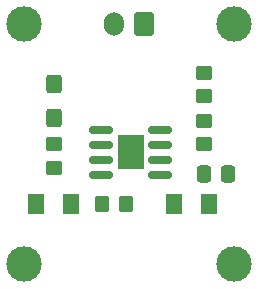
<source format=gbr>
%TF.GenerationSoftware,KiCad,Pcbnew,7.0.8*%
%TF.CreationDate,2023-10-11T13:53:52-07:00*%
%TF.ProjectId,PCB_555_Timer,5043425f-3535-4355-9f54-696d65722e6b,rev?*%
%TF.SameCoordinates,Original*%
%TF.FileFunction,Soldermask,Top*%
%TF.FilePolarity,Negative*%
%FSLAX46Y46*%
G04 Gerber Fmt 4.6, Leading zero omitted, Abs format (unit mm)*
G04 Created by KiCad (PCBNEW 7.0.8) date 2023-10-11 13:53:52*
%MOMM*%
%LPD*%
G01*
G04 APERTURE LIST*
G04 Aperture macros list*
%AMRoundRect*
0 Rectangle with rounded corners*
0 $1 Rounding radius*
0 $2 $3 $4 $5 $6 $7 $8 $9 X,Y pos of 4 corners*
0 Add a 4 corners polygon primitive as box body*
4,1,4,$2,$3,$4,$5,$6,$7,$8,$9,$2,$3,0*
0 Add four circle primitives for the rounded corners*
1,1,$1+$1,$2,$3*
1,1,$1+$1,$4,$5*
1,1,$1+$1,$6,$7*
1,1,$1+$1,$8,$9*
0 Add four rect primitives between the rounded corners*
20,1,$1+$1,$2,$3,$4,$5,0*
20,1,$1+$1,$4,$5,$6,$7,0*
20,1,$1+$1,$6,$7,$8,$9,0*
20,1,$1+$1,$8,$9,$2,$3,0*%
G04 Aperture macros list end*
%ADD10C,3.000000*%
%ADD11R,2.290000X3.000000*%
%ADD12RoundRect,0.150000X-0.825000X-0.150000X0.825000X-0.150000X0.825000X0.150000X-0.825000X0.150000X0*%
%ADD13RoundRect,0.250000X-0.350000X-0.450000X0.350000X-0.450000X0.350000X0.450000X-0.350000X0.450000X0*%
%ADD14RoundRect,0.250000X0.450000X-0.350000X0.450000X0.350000X-0.450000X0.350000X-0.450000X-0.350000X0*%
%ADD15RoundRect,0.250000X-0.450000X0.350000X-0.450000X-0.350000X0.450000X-0.350000X0.450000X0.350000X0*%
%ADD16RoundRect,0.250000X0.600000X0.750000X-0.600000X0.750000X-0.600000X-0.750000X0.600000X-0.750000X0*%
%ADD17O,1.700000X2.000000*%
%ADD18RoundRect,0.250001X0.462499X0.624999X-0.462499X0.624999X-0.462499X-0.624999X0.462499X-0.624999X0*%
%ADD19RoundRect,0.250001X-0.462499X-0.624999X0.462499X-0.624999X0.462499X0.624999X-0.462499X0.624999X0*%
%ADD20RoundRect,0.250000X-0.337500X-0.475000X0.337500X-0.475000X0.337500X0.475000X-0.337500X0.475000X0*%
%ADD21RoundRect,0.250000X0.425000X-0.537500X0.425000X0.537500X-0.425000X0.537500X-0.425000X-0.537500X0*%
G04 APERTURE END LIST*
D10*
%TO.C,REF\u002A\u002A*%
X154940000Y-111760000D03*
%TD*%
%TO.C,REF\u002A\u002A*%
X137160000Y-111760000D03*
%TD*%
%TO.C,REF\u002A\u002A*%
X137160000Y-91440000D03*
%TD*%
%TO.C,REF\u002A\u002A*%
X154940000Y-91440000D03*
%TD*%
D11*
%TO.C,U1*%
X146207500Y-102280000D03*
D12*
X148682500Y-100375000D03*
X148682500Y-101645000D03*
X148682500Y-102915000D03*
X148682500Y-104185000D03*
X143732500Y-104185000D03*
X143732500Y-102915000D03*
X143732500Y-101645000D03*
X143732500Y-100375000D03*
%TD*%
D13*
%TO.C,R4*%
X143780000Y-106680000D03*
X145780000Y-106680000D03*
%TD*%
D14*
%TO.C,R3*%
X139700000Y-103600000D03*
X139700000Y-101600000D03*
%TD*%
D15*
%TO.C,R2*%
X152400000Y-99600000D03*
X152400000Y-101600000D03*
%TD*%
%TO.C,R1*%
X152400000Y-95520000D03*
X152400000Y-97520000D03*
%TD*%
D16*
%TO.C,J1*%
X147320000Y-91440000D03*
D17*
X144820000Y-91440000D03*
%TD*%
D18*
%TO.C,D2*%
X152835000Y-106680000D03*
X149860000Y-106680000D03*
%TD*%
D19*
%TO.C,D1*%
X138212500Y-106680000D03*
X141187500Y-106680000D03*
%TD*%
D20*
%TO.C,C2*%
X154475000Y-104140000D03*
X152400000Y-104140000D03*
%TD*%
D21*
%TO.C,C1*%
X139700000Y-96520000D03*
X139700000Y-99395000D03*
%TD*%
M02*

</source>
